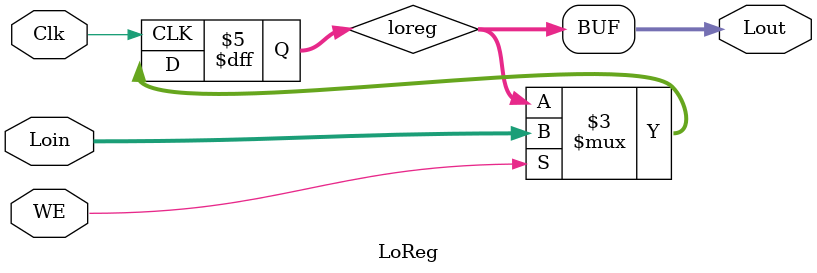
<source format=v>
module LoReg(Clk,WE,Lout,Loin);

input Clk;													//时钟信号
input WE;													//写使能信号
input [31:0] Loin;													//低位输入信号
output [31:0] Lout; 												//寄存器内容输出

reg [31:0] loreg;											//定义低32位寄存器

//初始化
initial begin
	loreg<=32'd0;
end

//读数据
assign Lout=loreg;

//写数据
always@(posedge Clk) begin
	if(WE) begin
		loreg<=Loin;
	end
end

endmodule





</source>
